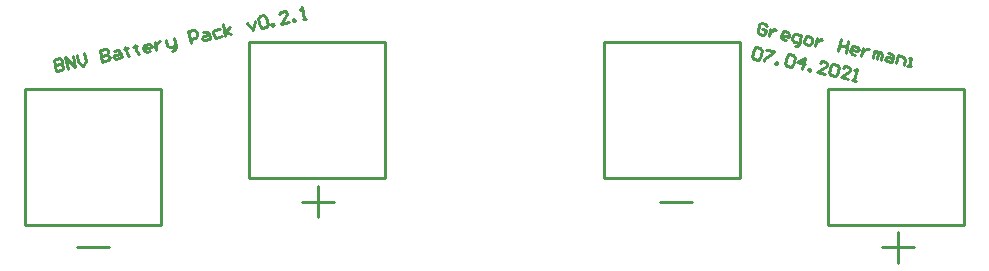
<source format=gto>
G04*
G04 #@! TF.GenerationSoftware,Altium Limited,Altium Designer,21.9.2 (33)*
G04*
G04 Layer_Color=65535*
%FSLAX42Y42*%
%MOMM*%
G71*
G04*
G04 #@! TF.SameCoordinates,6CD87459-A782-4652-917E-CC62B328AA25*
G04*
G04*
G04 #@! TF.FilePolarity,Positive*
G04*
G01*
G75*
%ADD10C,0.25*%
D10*
X8794Y2287D02*
X9944D01*
X8794Y3437D02*
X9944D01*
Y2287D02*
Y3437D01*
X8794Y2287D02*
Y3437D01*
X1994Y2287D02*
X3144D01*
X1994Y3437D02*
X3144D01*
Y2287D02*
Y3437D01*
X1994Y2287D02*
Y3437D01*
X6894Y2687D02*
X8044D01*
X6894Y3837D02*
X8044D01*
Y2687D02*
Y3837D01*
X6894Y2687D02*
Y3837D01*
X3894Y2687D02*
X5044D01*
X3894Y3837D02*
X5044D01*
Y2687D02*
Y3837D01*
X3894Y2687D02*
Y3837D01*
X8276Y3973D02*
X8263Y3993D01*
X8230Y4000D01*
X8210Y3987D01*
X8197Y3922D01*
X8210Y3902D01*
X8242Y3895D01*
X8262Y3908D01*
X8269Y3940D01*
X8236Y3947D01*
X8305Y3950D02*
X8291Y3885D01*
X8298Y3917D01*
X8318Y3930D01*
X8337Y3943D01*
X8354Y3940D01*
X8438Y3854D02*
X8405Y3861D01*
X8392Y3880D01*
X8399Y3913D01*
X8419Y3926D01*
X8452Y3919D01*
X8464Y3899D01*
X8461Y3883D01*
X8396Y3897D01*
X8512Y3804D02*
X8529Y3801D01*
X8549Y3813D01*
X8566Y3895D01*
X8517Y3905D01*
X8497Y3892D01*
X8490Y3860D01*
X8503Y3840D01*
X8552Y3830D01*
X8601Y3819D02*
X8633Y3812D01*
X8653Y3825D01*
X8660Y3858D01*
X8647Y3878D01*
X8615Y3885D01*
X8595Y3872D01*
X8588Y3839D01*
X8601Y3819D01*
X8696Y3867D02*
X8682Y3802D01*
X8689Y3835D01*
X8709Y3848D01*
X8729Y3861D01*
X8745Y3857D01*
X8899Y3859D02*
X8878Y3761D01*
X8888Y3810D01*
X8954Y3796D01*
X8964Y3845D01*
X8943Y3747D01*
X9025Y3730D02*
X8992Y3737D01*
X8979Y3757D01*
X8986Y3789D01*
X9006Y3802D01*
X9038Y3795D01*
X9051Y3776D01*
X9048Y3759D01*
X8983Y3773D01*
X9087Y3785D02*
X9074Y3720D01*
X9081Y3752D01*
X9100Y3765D01*
X9120Y3778D01*
X9136Y3775D01*
X9171Y3699D02*
X9185Y3764D01*
X9202Y3761D01*
X9214Y3741D01*
X9204Y3692D01*
X9214Y3741D01*
X9234Y3754D01*
X9247Y3734D01*
X9237Y3685D01*
X9299Y3740D02*
X9332Y3733D01*
X9345Y3714D01*
X9334Y3665D01*
X9286Y3675D01*
X9273Y3695D01*
X9292Y3708D01*
X9341Y3697D01*
X9367Y3658D02*
X9381Y3723D01*
X9430Y3713D01*
X9443Y3693D01*
X9432Y3644D01*
X9465Y3637D02*
X9498Y3630D01*
X9481Y3634D01*
X9495Y3699D01*
X9479Y3702D01*
X8166Y3777D02*
X8186Y3790D01*
X8219Y3783D01*
X8231Y3763D01*
X8218Y3698D01*
X8198Y3685D01*
X8165Y3692D01*
X8153Y3712D01*
X8166Y3777D01*
X8268Y3773D02*
X8333Y3759D01*
X8329Y3743D01*
X8250Y3691D01*
X8247Y3675D01*
X8345Y3654D02*
X8348Y3671D01*
X8364Y3667D01*
X8361Y3651D01*
X8345Y3654D01*
X8443Y3719D02*
X8463Y3732D01*
X8496Y3725D01*
X8509Y3705D01*
X8495Y3640D01*
X8475Y3627D01*
X8443Y3634D01*
X8430Y3654D01*
X8443Y3719D01*
X8573Y3606D02*
X8594Y3704D01*
X8534Y3666D01*
X8600Y3652D01*
X8622Y3596D02*
X8625Y3612D01*
X8642Y3609D01*
X8638Y3593D01*
X8622Y3596D01*
X8769Y3565D02*
X8703Y3579D01*
X8782Y3630D01*
X8786Y3647D01*
X8773Y3666D01*
X8740Y3673D01*
X8721Y3660D01*
X8818Y3640D02*
X8838Y3653D01*
X8871Y3646D01*
X8884Y3626D01*
X8870Y3561D01*
X8850Y3548D01*
X8818Y3555D01*
X8805Y3574D01*
X8818Y3640D01*
X8964Y3524D02*
X8899Y3538D01*
X8978Y3589D01*
X8981Y3605D01*
X8969Y3625D01*
X8936Y3632D01*
X8916Y3619D01*
X8997Y3517D02*
X9029Y3510D01*
X9013Y3514D01*
X9034Y3611D01*
X9014Y3598D01*
X4341Y2485D02*
X4608D01*
X4475Y2618D02*
Y2351D01*
X7371Y2478D02*
X7638D01*
X2437Y2099D02*
X2704D01*
X9253Y2099D02*
X9520D01*
X9387Y2232D02*
Y1965D01*
X2236Y3687D02*
X2257Y3589D01*
X2306Y3599D01*
X2319Y3619D01*
X2315Y3635D01*
X2295Y3648D01*
X2246Y3638D01*
X2295Y3648D01*
X2308Y3668D01*
X2305Y3684D01*
X2285Y3697D01*
X2236Y3687D01*
X2355Y3609D02*
X2334Y3707D01*
X2420Y3623D01*
X2399Y3721D01*
X2432Y3728D02*
X2446Y3663D01*
X2485Y3637D01*
X2511Y3676D01*
X2497Y3741D01*
X2627Y3769D02*
X2648Y3671D01*
X2697Y3681D01*
X2710Y3701D01*
X2706Y3718D01*
X2687Y3730D01*
X2638Y3720D01*
X2687Y3730D01*
X2699Y3750D01*
X2696Y3766D01*
X2676Y3779D01*
X2627Y3769D01*
X2748Y3760D02*
X2781Y3767D01*
X2801Y3754D01*
X2811Y3706D01*
X2762Y3695D01*
X2742Y3708D01*
X2755Y3728D01*
X2804Y3738D01*
X2843Y3797D02*
X2846Y3781D01*
X2830Y3778D01*
X2863Y3784D01*
X2846Y3781D01*
X2857Y3732D01*
X2876Y3719D01*
X2924Y3815D02*
X2928Y3798D01*
X2911Y3795D01*
X2944Y3802D01*
X2928Y3798D01*
X2938Y3749D01*
X2958Y3736D01*
X3056Y3757D02*
X3023Y3750D01*
X3003Y3763D01*
X2996Y3796D01*
X3009Y3815D01*
X3042Y3822D01*
X3062Y3809D01*
X3065Y3793D01*
X3000Y3779D01*
X3091Y3833D02*
X3105Y3767D01*
X3098Y3800D01*
X3111Y3820D01*
X3123Y3839D01*
X3140Y3843D01*
X3189Y3853D02*
X3199Y3804D01*
X3219Y3791D01*
X3268Y3802D01*
X3271Y3785D01*
X3258Y3766D01*
X3242Y3762D01*
X3268Y3802D02*
X3254Y3867D01*
X3398Y3829D02*
X3377Y3927D01*
X3426Y3937D01*
X3446Y3924D01*
X3453Y3892D01*
X3440Y3872D01*
X3391Y3862D01*
X3498Y3918D02*
X3531Y3925D01*
X3551Y3912D01*
X3561Y3864D01*
X3512Y3853D01*
X3492Y3866D01*
X3505Y3886D01*
X3554Y3896D01*
X3645Y3949D02*
X3596Y3939D01*
X3583Y3919D01*
X3590Y3887D01*
X3610Y3874D01*
X3659Y3884D01*
X3691Y3891D02*
X3671Y3989D01*
X3685Y3924D02*
X3727Y3967D01*
X3685Y3924D02*
X3740Y3901D01*
X3873Y3997D02*
X3920Y3939D01*
X3939Y4011D01*
X3968Y4034D02*
X3981Y4054D01*
X4013Y4061D01*
X4033Y4048D01*
X4047Y3983D01*
X4034Y3963D01*
X4001Y3956D01*
X3981Y3969D01*
X3968Y4034D01*
X4083Y3973D02*
X4079Y3990D01*
X4096Y3993D01*
X4099Y3977D01*
X4083Y3973D01*
X4229Y4004D02*
X4164Y3991D01*
X4216Y4070D01*
X4212Y4086D01*
X4193Y4099D01*
X4160Y4092D01*
X4147Y4072D01*
X4262Y4011D02*
X4259Y4028D01*
X4275Y4031D01*
X4278Y4015D01*
X4262Y4011D01*
X4344Y4028D02*
X4376Y4035D01*
X4360Y4032D01*
X4339Y4130D01*
X4326Y4110D01*
M02*

</source>
